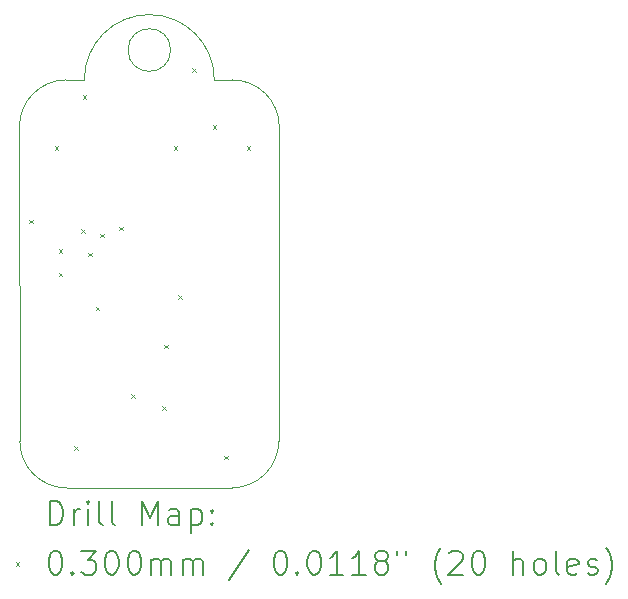
<source format=gbr>
%TF.GenerationSoftware,KiCad,Pcbnew,8.0.3*%
%TF.CreationDate,2024-07-05T09:55:12+02:00*%
%TF.ProjectId,ppicoV1,70706963-6f56-4312-9e6b-696361645f70,rev?*%
%TF.SameCoordinates,Original*%
%TF.FileFunction,Drillmap*%
%TF.FilePolarity,Positive*%
%FSLAX45Y45*%
G04 Gerber Fmt 4.5, Leading zero omitted, Abs format (unit mm)*
G04 Created by KiCad (PCBNEW 8.0.3) date 2024-07-05 09:55:12*
%MOMM*%
%LPD*%
G01*
G04 APERTURE LIST*
%ADD10C,0.050000*%
%ADD11C,0.200000*%
%ADD12C,0.100000*%
G04 APERTURE END LIST*
D10*
X11850000Y-7200000D02*
G75*
G02*
X12950000Y-7200000I550000J0D01*
G01*
X11300000Y-7600000D02*
G75*
G02*
X11696989Y-7203010I396990J0D01*
G01*
X13103011Y-7203011D02*
G75*
G02*
X13499999Y-7600000I-1J-396989D01*
G01*
X11700000Y-10656989D02*
G75*
G02*
X11303011Y-10260000I0J396989D01*
G01*
X13496275Y-10259287D02*
G75*
G02*
X13099287Y-10656275I-396985J-3D01*
G01*
X13496275Y-10259287D02*
X13500000Y-7600000D01*
X11300000Y-7600000D02*
X11303011Y-10260000D01*
X11700000Y-10656989D02*
X13099287Y-10656275D01*
X11850000Y-7200000D02*
X11696989Y-7203011D01*
X12950000Y-7200000D02*
X13103011Y-7203011D01*
X12580278Y-6950000D02*
G75*
G02*
X12219722Y-6950000I-180278J0D01*
G01*
X12219722Y-6950000D02*
G75*
G02*
X12580278Y-6950000I180278J0D01*
G01*
D11*
D12*
X11385000Y-8385000D02*
X11415000Y-8415000D01*
X11415000Y-8385000D02*
X11385000Y-8415000D01*
X11597500Y-7765000D02*
X11627500Y-7795000D01*
X11627500Y-7765000D02*
X11597500Y-7795000D01*
X11632500Y-8635000D02*
X11662500Y-8665000D01*
X11662500Y-8635000D02*
X11632500Y-8665000D01*
X11632500Y-8835000D02*
X11662500Y-8865000D01*
X11662500Y-8835000D02*
X11632500Y-8865000D01*
X11765000Y-10305000D02*
X11795000Y-10335000D01*
X11795000Y-10305000D02*
X11765000Y-10335000D01*
X11825000Y-8465000D02*
X11855000Y-8495000D01*
X11855000Y-8465000D02*
X11825000Y-8495000D01*
X11835000Y-7335000D02*
X11865000Y-7365000D01*
X11865000Y-7335000D02*
X11835000Y-7365000D01*
X11885000Y-8665000D02*
X11915000Y-8695000D01*
X11915000Y-8665000D02*
X11885000Y-8695000D01*
X11945000Y-9125000D02*
X11975000Y-9155000D01*
X11975000Y-9125000D02*
X11945000Y-9155000D01*
X11985000Y-8505000D02*
X12015000Y-8535000D01*
X12015000Y-8505000D02*
X11985000Y-8535000D01*
X12145000Y-8445000D02*
X12175000Y-8475000D01*
X12175000Y-8445000D02*
X12145000Y-8475000D01*
X12245000Y-9865000D02*
X12275000Y-9895000D01*
X12275000Y-9865000D02*
X12245000Y-9895000D01*
X12507750Y-9967750D02*
X12537750Y-9997750D01*
X12537750Y-9967750D02*
X12507750Y-9997750D01*
X12525000Y-9445000D02*
X12555000Y-9475000D01*
X12555000Y-9445000D02*
X12525000Y-9475000D01*
X12605000Y-7765000D02*
X12635000Y-7795000D01*
X12635000Y-7765000D02*
X12605000Y-7795000D01*
X12645000Y-9025000D02*
X12675000Y-9055000D01*
X12675000Y-9025000D02*
X12645000Y-9055000D01*
X12765000Y-7105000D02*
X12795000Y-7135000D01*
X12795000Y-7105000D02*
X12765000Y-7135000D01*
X12935000Y-7585000D02*
X12965000Y-7615000D01*
X12965000Y-7585000D02*
X12935000Y-7615000D01*
X13035000Y-10385000D02*
X13065000Y-10415000D01*
X13065000Y-10385000D02*
X13035000Y-10415000D01*
X13225000Y-7765000D02*
X13255000Y-7795000D01*
X13255000Y-7765000D02*
X13225000Y-7795000D01*
D11*
X11558277Y-10970972D02*
X11558277Y-10770972D01*
X11558277Y-10770972D02*
X11605896Y-10770972D01*
X11605896Y-10770972D02*
X11634467Y-10780496D01*
X11634467Y-10780496D02*
X11653515Y-10799544D01*
X11653515Y-10799544D02*
X11663039Y-10818591D01*
X11663039Y-10818591D02*
X11672562Y-10856687D01*
X11672562Y-10856687D02*
X11672562Y-10885258D01*
X11672562Y-10885258D02*
X11663039Y-10923353D01*
X11663039Y-10923353D02*
X11653515Y-10942401D01*
X11653515Y-10942401D02*
X11634467Y-10961449D01*
X11634467Y-10961449D02*
X11605896Y-10970972D01*
X11605896Y-10970972D02*
X11558277Y-10970972D01*
X11758277Y-10970972D02*
X11758277Y-10837639D01*
X11758277Y-10875734D02*
X11767801Y-10856687D01*
X11767801Y-10856687D02*
X11777324Y-10847163D01*
X11777324Y-10847163D02*
X11796372Y-10837639D01*
X11796372Y-10837639D02*
X11815420Y-10837639D01*
X11882086Y-10970972D02*
X11882086Y-10837639D01*
X11882086Y-10770972D02*
X11872562Y-10780496D01*
X11872562Y-10780496D02*
X11882086Y-10790020D01*
X11882086Y-10790020D02*
X11891610Y-10780496D01*
X11891610Y-10780496D02*
X11882086Y-10770972D01*
X11882086Y-10770972D02*
X11882086Y-10790020D01*
X12005896Y-10970972D02*
X11986848Y-10961449D01*
X11986848Y-10961449D02*
X11977324Y-10942401D01*
X11977324Y-10942401D02*
X11977324Y-10770972D01*
X12110658Y-10970972D02*
X12091610Y-10961449D01*
X12091610Y-10961449D02*
X12082086Y-10942401D01*
X12082086Y-10942401D02*
X12082086Y-10770972D01*
X12339229Y-10970972D02*
X12339229Y-10770972D01*
X12339229Y-10770972D02*
X12405896Y-10913830D01*
X12405896Y-10913830D02*
X12472562Y-10770972D01*
X12472562Y-10770972D02*
X12472562Y-10970972D01*
X12653515Y-10970972D02*
X12653515Y-10866211D01*
X12653515Y-10866211D02*
X12643991Y-10847163D01*
X12643991Y-10847163D02*
X12624943Y-10837639D01*
X12624943Y-10837639D02*
X12586848Y-10837639D01*
X12586848Y-10837639D02*
X12567801Y-10847163D01*
X12653515Y-10961449D02*
X12634467Y-10970972D01*
X12634467Y-10970972D02*
X12586848Y-10970972D01*
X12586848Y-10970972D02*
X12567801Y-10961449D01*
X12567801Y-10961449D02*
X12558277Y-10942401D01*
X12558277Y-10942401D02*
X12558277Y-10923353D01*
X12558277Y-10923353D02*
X12567801Y-10904306D01*
X12567801Y-10904306D02*
X12586848Y-10894782D01*
X12586848Y-10894782D02*
X12634467Y-10894782D01*
X12634467Y-10894782D02*
X12653515Y-10885258D01*
X12748753Y-10837639D02*
X12748753Y-11037639D01*
X12748753Y-10847163D02*
X12767801Y-10837639D01*
X12767801Y-10837639D02*
X12805896Y-10837639D01*
X12805896Y-10837639D02*
X12824943Y-10847163D01*
X12824943Y-10847163D02*
X12834467Y-10856687D01*
X12834467Y-10856687D02*
X12843991Y-10875734D01*
X12843991Y-10875734D02*
X12843991Y-10932877D01*
X12843991Y-10932877D02*
X12834467Y-10951925D01*
X12834467Y-10951925D02*
X12824943Y-10961449D01*
X12824943Y-10961449D02*
X12805896Y-10970972D01*
X12805896Y-10970972D02*
X12767801Y-10970972D01*
X12767801Y-10970972D02*
X12748753Y-10961449D01*
X12929705Y-10951925D02*
X12939229Y-10961449D01*
X12939229Y-10961449D02*
X12929705Y-10970972D01*
X12929705Y-10970972D02*
X12920182Y-10961449D01*
X12920182Y-10961449D02*
X12929705Y-10951925D01*
X12929705Y-10951925D02*
X12929705Y-10970972D01*
X12929705Y-10847163D02*
X12939229Y-10856687D01*
X12939229Y-10856687D02*
X12929705Y-10866211D01*
X12929705Y-10866211D02*
X12920182Y-10856687D01*
X12920182Y-10856687D02*
X12929705Y-10847163D01*
X12929705Y-10847163D02*
X12929705Y-10866211D01*
D12*
X11267500Y-11284489D02*
X11297500Y-11314489D01*
X11297500Y-11284489D02*
X11267500Y-11314489D01*
D11*
X11596372Y-11190972D02*
X11615420Y-11190972D01*
X11615420Y-11190972D02*
X11634467Y-11200496D01*
X11634467Y-11200496D02*
X11643991Y-11210020D01*
X11643991Y-11210020D02*
X11653515Y-11229068D01*
X11653515Y-11229068D02*
X11663039Y-11267163D01*
X11663039Y-11267163D02*
X11663039Y-11314782D01*
X11663039Y-11314782D02*
X11653515Y-11352877D01*
X11653515Y-11352877D02*
X11643991Y-11371925D01*
X11643991Y-11371925D02*
X11634467Y-11381449D01*
X11634467Y-11381449D02*
X11615420Y-11390972D01*
X11615420Y-11390972D02*
X11596372Y-11390972D01*
X11596372Y-11390972D02*
X11577324Y-11381449D01*
X11577324Y-11381449D02*
X11567801Y-11371925D01*
X11567801Y-11371925D02*
X11558277Y-11352877D01*
X11558277Y-11352877D02*
X11548753Y-11314782D01*
X11548753Y-11314782D02*
X11548753Y-11267163D01*
X11548753Y-11267163D02*
X11558277Y-11229068D01*
X11558277Y-11229068D02*
X11567801Y-11210020D01*
X11567801Y-11210020D02*
X11577324Y-11200496D01*
X11577324Y-11200496D02*
X11596372Y-11190972D01*
X11748753Y-11371925D02*
X11758277Y-11381449D01*
X11758277Y-11381449D02*
X11748753Y-11390972D01*
X11748753Y-11390972D02*
X11739229Y-11381449D01*
X11739229Y-11381449D02*
X11748753Y-11371925D01*
X11748753Y-11371925D02*
X11748753Y-11390972D01*
X11824943Y-11190972D02*
X11948753Y-11190972D01*
X11948753Y-11190972D02*
X11882086Y-11267163D01*
X11882086Y-11267163D02*
X11910658Y-11267163D01*
X11910658Y-11267163D02*
X11929705Y-11276687D01*
X11929705Y-11276687D02*
X11939229Y-11286210D01*
X11939229Y-11286210D02*
X11948753Y-11305258D01*
X11948753Y-11305258D02*
X11948753Y-11352877D01*
X11948753Y-11352877D02*
X11939229Y-11371925D01*
X11939229Y-11371925D02*
X11929705Y-11381449D01*
X11929705Y-11381449D02*
X11910658Y-11390972D01*
X11910658Y-11390972D02*
X11853515Y-11390972D01*
X11853515Y-11390972D02*
X11834467Y-11381449D01*
X11834467Y-11381449D02*
X11824943Y-11371925D01*
X12072562Y-11190972D02*
X12091610Y-11190972D01*
X12091610Y-11190972D02*
X12110658Y-11200496D01*
X12110658Y-11200496D02*
X12120182Y-11210020D01*
X12120182Y-11210020D02*
X12129705Y-11229068D01*
X12129705Y-11229068D02*
X12139229Y-11267163D01*
X12139229Y-11267163D02*
X12139229Y-11314782D01*
X12139229Y-11314782D02*
X12129705Y-11352877D01*
X12129705Y-11352877D02*
X12120182Y-11371925D01*
X12120182Y-11371925D02*
X12110658Y-11381449D01*
X12110658Y-11381449D02*
X12091610Y-11390972D01*
X12091610Y-11390972D02*
X12072562Y-11390972D01*
X12072562Y-11390972D02*
X12053515Y-11381449D01*
X12053515Y-11381449D02*
X12043991Y-11371925D01*
X12043991Y-11371925D02*
X12034467Y-11352877D01*
X12034467Y-11352877D02*
X12024943Y-11314782D01*
X12024943Y-11314782D02*
X12024943Y-11267163D01*
X12024943Y-11267163D02*
X12034467Y-11229068D01*
X12034467Y-11229068D02*
X12043991Y-11210020D01*
X12043991Y-11210020D02*
X12053515Y-11200496D01*
X12053515Y-11200496D02*
X12072562Y-11190972D01*
X12263039Y-11190972D02*
X12282086Y-11190972D01*
X12282086Y-11190972D02*
X12301134Y-11200496D01*
X12301134Y-11200496D02*
X12310658Y-11210020D01*
X12310658Y-11210020D02*
X12320182Y-11229068D01*
X12320182Y-11229068D02*
X12329705Y-11267163D01*
X12329705Y-11267163D02*
X12329705Y-11314782D01*
X12329705Y-11314782D02*
X12320182Y-11352877D01*
X12320182Y-11352877D02*
X12310658Y-11371925D01*
X12310658Y-11371925D02*
X12301134Y-11381449D01*
X12301134Y-11381449D02*
X12282086Y-11390972D01*
X12282086Y-11390972D02*
X12263039Y-11390972D01*
X12263039Y-11390972D02*
X12243991Y-11381449D01*
X12243991Y-11381449D02*
X12234467Y-11371925D01*
X12234467Y-11371925D02*
X12224943Y-11352877D01*
X12224943Y-11352877D02*
X12215420Y-11314782D01*
X12215420Y-11314782D02*
X12215420Y-11267163D01*
X12215420Y-11267163D02*
X12224943Y-11229068D01*
X12224943Y-11229068D02*
X12234467Y-11210020D01*
X12234467Y-11210020D02*
X12243991Y-11200496D01*
X12243991Y-11200496D02*
X12263039Y-11190972D01*
X12415420Y-11390972D02*
X12415420Y-11257639D01*
X12415420Y-11276687D02*
X12424943Y-11267163D01*
X12424943Y-11267163D02*
X12443991Y-11257639D01*
X12443991Y-11257639D02*
X12472563Y-11257639D01*
X12472563Y-11257639D02*
X12491610Y-11267163D01*
X12491610Y-11267163D02*
X12501134Y-11286210D01*
X12501134Y-11286210D02*
X12501134Y-11390972D01*
X12501134Y-11286210D02*
X12510658Y-11267163D01*
X12510658Y-11267163D02*
X12529705Y-11257639D01*
X12529705Y-11257639D02*
X12558277Y-11257639D01*
X12558277Y-11257639D02*
X12577324Y-11267163D01*
X12577324Y-11267163D02*
X12586848Y-11286210D01*
X12586848Y-11286210D02*
X12586848Y-11390972D01*
X12682086Y-11390972D02*
X12682086Y-11257639D01*
X12682086Y-11276687D02*
X12691610Y-11267163D01*
X12691610Y-11267163D02*
X12710658Y-11257639D01*
X12710658Y-11257639D02*
X12739229Y-11257639D01*
X12739229Y-11257639D02*
X12758277Y-11267163D01*
X12758277Y-11267163D02*
X12767801Y-11286210D01*
X12767801Y-11286210D02*
X12767801Y-11390972D01*
X12767801Y-11286210D02*
X12777324Y-11267163D01*
X12777324Y-11267163D02*
X12796372Y-11257639D01*
X12796372Y-11257639D02*
X12824943Y-11257639D01*
X12824943Y-11257639D02*
X12843991Y-11267163D01*
X12843991Y-11267163D02*
X12853515Y-11286210D01*
X12853515Y-11286210D02*
X12853515Y-11390972D01*
X13243991Y-11181449D02*
X13072563Y-11438591D01*
X13501134Y-11190972D02*
X13520182Y-11190972D01*
X13520182Y-11190972D02*
X13539229Y-11200496D01*
X13539229Y-11200496D02*
X13548753Y-11210020D01*
X13548753Y-11210020D02*
X13558277Y-11229068D01*
X13558277Y-11229068D02*
X13567801Y-11267163D01*
X13567801Y-11267163D02*
X13567801Y-11314782D01*
X13567801Y-11314782D02*
X13558277Y-11352877D01*
X13558277Y-11352877D02*
X13548753Y-11371925D01*
X13548753Y-11371925D02*
X13539229Y-11381449D01*
X13539229Y-11381449D02*
X13520182Y-11390972D01*
X13520182Y-11390972D02*
X13501134Y-11390972D01*
X13501134Y-11390972D02*
X13482086Y-11381449D01*
X13482086Y-11381449D02*
X13472563Y-11371925D01*
X13472563Y-11371925D02*
X13463039Y-11352877D01*
X13463039Y-11352877D02*
X13453515Y-11314782D01*
X13453515Y-11314782D02*
X13453515Y-11267163D01*
X13453515Y-11267163D02*
X13463039Y-11229068D01*
X13463039Y-11229068D02*
X13472563Y-11210020D01*
X13472563Y-11210020D02*
X13482086Y-11200496D01*
X13482086Y-11200496D02*
X13501134Y-11190972D01*
X13653515Y-11371925D02*
X13663039Y-11381449D01*
X13663039Y-11381449D02*
X13653515Y-11390972D01*
X13653515Y-11390972D02*
X13643991Y-11381449D01*
X13643991Y-11381449D02*
X13653515Y-11371925D01*
X13653515Y-11371925D02*
X13653515Y-11390972D01*
X13786848Y-11190972D02*
X13805896Y-11190972D01*
X13805896Y-11190972D02*
X13824944Y-11200496D01*
X13824944Y-11200496D02*
X13834467Y-11210020D01*
X13834467Y-11210020D02*
X13843991Y-11229068D01*
X13843991Y-11229068D02*
X13853515Y-11267163D01*
X13853515Y-11267163D02*
X13853515Y-11314782D01*
X13853515Y-11314782D02*
X13843991Y-11352877D01*
X13843991Y-11352877D02*
X13834467Y-11371925D01*
X13834467Y-11371925D02*
X13824944Y-11381449D01*
X13824944Y-11381449D02*
X13805896Y-11390972D01*
X13805896Y-11390972D02*
X13786848Y-11390972D01*
X13786848Y-11390972D02*
X13767801Y-11381449D01*
X13767801Y-11381449D02*
X13758277Y-11371925D01*
X13758277Y-11371925D02*
X13748753Y-11352877D01*
X13748753Y-11352877D02*
X13739229Y-11314782D01*
X13739229Y-11314782D02*
X13739229Y-11267163D01*
X13739229Y-11267163D02*
X13748753Y-11229068D01*
X13748753Y-11229068D02*
X13758277Y-11210020D01*
X13758277Y-11210020D02*
X13767801Y-11200496D01*
X13767801Y-11200496D02*
X13786848Y-11190972D01*
X14043991Y-11390972D02*
X13929706Y-11390972D01*
X13986848Y-11390972D02*
X13986848Y-11190972D01*
X13986848Y-11190972D02*
X13967801Y-11219544D01*
X13967801Y-11219544D02*
X13948753Y-11238591D01*
X13948753Y-11238591D02*
X13929706Y-11248115D01*
X14234467Y-11390972D02*
X14120182Y-11390972D01*
X14177325Y-11390972D02*
X14177325Y-11190972D01*
X14177325Y-11190972D02*
X14158277Y-11219544D01*
X14158277Y-11219544D02*
X14139229Y-11238591D01*
X14139229Y-11238591D02*
X14120182Y-11248115D01*
X14348753Y-11276687D02*
X14329706Y-11267163D01*
X14329706Y-11267163D02*
X14320182Y-11257639D01*
X14320182Y-11257639D02*
X14310658Y-11238591D01*
X14310658Y-11238591D02*
X14310658Y-11229068D01*
X14310658Y-11229068D02*
X14320182Y-11210020D01*
X14320182Y-11210020D02*
X14329706Y-11200496D01*
X14329706Y-11200496D02*
X14348753Y-11190972D01*
X14348753Y-11190972D02*
X14386848Y-11190972D01*
X14386848Y-11190972D02*
X14405896Y-11200496D01*
X14405896Y-11200496D02*
X14415420Y-11210020D01*
X14415420Y-11210020D02*
X14424944Y-11229068D01*
X14424944Y-11229068D02*
X14424944Y-11238591D01*
X14424944Y-11238591D02*
X14415420Y-11257639D01*
X14415420Y-11257639D02*
X14405896Y-11267163D01*
X14405896Y-11267163D02*
X14386848Y-11276687D01*
X14386848Y-11276687D02*
X14348753Y-11276687D01*
X14348753Y-11276687D02*
X14329706Y-11286210D01*
X14329706Y-11286210D02*
X14320182Y-11295734D01*
X14320182Y-11295734D02*
X14310658Y-11314782D01*
X14310658Y-11314782D02*
X14310658Y-11352877D01*
X14310658Y-11352877D02*
X14320182Y-11371925D01*
X14320182Y-11371925D02*
X14329706Y-11381449D01*
X14329706Y-11381449D02*
X14348753Y-11390972D01*
X14348753Y-11390972D02*
X14386848Y-11390972D01*
X14386848Y-11390972D02*
X14405896Y-11381449D01*
X14405896Y-11381449D02*
X14415420Y-11371925D01*
X14415420Y-11371925D02*
X14424944Y-11352877D01*
X14424944Y-11352877D02*
X14424944Y-11314782D01*
X14424944Y-11314782D02*
X14415420Y-11295734D01*
X14415420Y-11295734D02*
X14405896Y-11286210D01*
X14405896Y-11286210D02*
X14386848Y-11276687D01*
X14501134Y-11190972D02*
X14501134Y-11229068D01*
X14577325Y-11190972D02*
X14577325Y-11229068D01*
X14872563Y-11467163D02*
X14863039Y-11457639D01*
X14863039Y-11457639D02*
X14843991Y-11429068D01*
X14843991Y-11429068D02*
X14834468Y-11410020D01*
X14834468Y-11410020D02*
X14824944Y-11381449D01*
X14824944Y-11381449D02*
X14815420Y-11333829D01*
X14815420Y-11333829D02*
X14815420Y-11295734D01*
X14815420Y-11295734D02*
X14824944Y-11248115D01*
X14824944Y-11248115D02*
X14834468Y-11219544D01*
X14834468Y-11219544D02*
X14843991Y-11200496D01*
X14843991Y-11200496D02*
X14863039Y-11171925D01*
X14863039Y-11171925D02*
X14872563Y-11162401D01*
X14939229Y-11210020D02*
X14948753Y-11200496D01*
X14948753Y-11200496D02*
X14967801Y-11190972D01*
X14967801Y-11190972D02*
X15015420Y-11190972D01*
X15015420Y-11190972D02*
X15034468Y-11200496D01*
X15034468Y-11200496D02*
X15043991Y-11210020D01*
X15043991Y-11210020D02*
X15053515Y-11229068D01*
X15053515Y-11229068D02*
X15053515Y-11248115D01*
X15053515Y-11248115D02*
X15043991Y-11276687D01*
X15043991Y-11276687D02*
X14929706Y-11390972D01*
X14929706Y-11390972D02*
X15053515Y-11390972D01*
X15177325Y-11190972D02*
X15196372Y-11190972D01*
X15196372Y-11190972D02*
X15215420Y-11200496D01*
X15215420Y-11200496D02*
X15224944Y-11210020D01*
X15224944Y-11210020D02*
X15234468Y-11229068D01*
X15234468Y-11229068D02*
X15243991Y-11267163D01*
X15243991Y-11267163D02*
X15243991Y-11314782D01*
X15243991Y-11314782D02*
X15234468Y-11352877D01*
X15234468Y-11352877D02*
X15224944Y-11371925D01*
X15224944Y-11371925D02*
X15215420Y-11381449D01*
X15215420Y-11381449D02*
X15196372Y-11390972D01*
X15196372Y-11390972D02*
X15177325Y-11390972D01*
X15177325Y-11390972D02*
X15158277Y-11381449D01*
X15158277Y-11381449D02*
X15148753Y-11371925D01*
X15148753Y-11371925D02*
X15139229Y-11352877D01*
X15139229Y-11352877D02*
X15129706Y-11314782D01*
X15129706Y-11314782D02*
X15129706Y-11267163D01*
X15129706Y-11267163D02*
X15139229Y-11229068D01*
X15139229Y-11229068D02*
X15148753Y-11210020D01*
X15148753Y-11210020D02*
X15158277Y-11200496D01*
X15158277Y-11200496D02*
X15177325Y-11190972D01*
X15482087Y-11390972D02*
X15482087Y-11190972D01*
X15567801Y-11390972D02*
X15567801Y-11286210D01*
X15567801Y-11286210D02*
X15558277Y-11267163D01*
X15558277Y-11267163D02*
X15539230Y-11257639D01*
X15539230Y-11257639D02*
X15510658Y-11257639D01*
X15510658Y-11257639D02*
X15491610Y-11267163D01*
X15491610Y-11267163D02*
X15482087Y-11276687D01*
X15691610Y-11390972D02*
X15672563Y-11381449D01*
X15672563Y-11381449D02*
X15663039Y-11371925D01*
X15663039Y-11371925D02*
X15653515Y-11352877D01*
X15653515Y-11352877D02*
X15653515Y-11295734D01*
X15653515Y-11295734D02*
X15663039Y-11276687D01*
X15663039Y-11276687D02*
X15672563Y-11267163D01*
X15672563Y-11267163D02*
X15691610Y-11257639D01*
X15691610Y-11257639D02*
X15720182Y-11257639D01*
X15720182Y-11257639D02*
X15739230Y-11267163D01*
X15739230Y-11267163D02*
X15748753Y-11276687D01*
X15748753Y-11276687D02*
X15758277Y-11295734D01*
X15758277Y-11295734D02*
X15758277Y-11352877D01*
X15758277Y-11352877D02*
X15748753Y-11371925D01*
X15748753Y-11371925D02*
X15739230Y-11381449D01*
X15739230Y-11381449D02*
X15720182Y-11390972D01*
X15720182Y-11390972D02*
X15691610Y-11390972D01*
X15872563Y-11390972D02*
X15853515Y-11381449D01*
X15853515Y-11381449D02*
X15843991Y-11362401D01*
X15843991Y-11362401D02*
X15843991Y-11190972D01*
X16024944Y-11381449D02*
X16005896Y-11390972D01*
X16005896Y-11390972D02*
X15967801Y-11390972D01*
X15967801Y-11390972D02*
X15948753Y-11381449D01*
X15948753Y-11381449D02*
X15939230Y-11362401D01*
X15939230Y-11362401D02*
X15939230Y-11286210D01*
X15939230Y-11286210D02*
X15948753Y-11267163D01*
X15948753Y-11267163D02*
X15967801Y-11257639D01*
X15967801Y-11257639D02*
X16005896Y-11257639D01*
X16005896Y-11257639D02*
X16024944Y-11267163D01*
X16024944Y-11267163D02*
X16034468Y-11286210D01*
X16034468Y-11286210D02*
X16034468Y-11305258D01*
X16034468Y-11305258D02*
X15939230Y-11324306D01*
X16110658Y-11381449D02*
X16129706Y-11390972D01*
X16129706Y-11390972D02*
X16167801Y-11390972D01*
X16167801Y-11390972D02*
X16186849Y-11381449D01*
X16186849Y-11381449D02*
X16196372Y-11362401D01*
X16196372Y-11362401D02*
X16196372Y-11352877D01*
X16196372Y-11352877D02*
X16186849Y-11333829D01*
X16186849Y-11333829D02*
X16167801Y-11324306D01*
X16167801Y-11324306D02*
X16139230Y-11324306D01*
X16139230Y-11324306D02*
X16120182Y-11314782D01*
X16120182Y-11314782D02*
X16110658Y-11295734D01*
X16110658Y-11295734D02*
X16110658Y-11286210D01*
X16110658Y-11286210D02*
X16120182Y-11267163D01*
X16120182Y-11267163D02*
X16139230Y-11257639D01*
X16139230Y-11257639D02*
X16167801Y-11257639D01*
X16167801Y-11257639D02*
X16186849Y-11267163D01*
X16263039Y-11467163D02*
X16272563Y-11457639D01*
X16272563Y-11457639D02*
X16291611Y-11429068D01*
X16291611Y-11429068D02*
X16301134Y-11410020D01*
X16301134Y-11410020D02*
X16310658Y-11381449D01*
X16310658Y-11381449D02*
X16320182Y-11333829D01*
X16320182Y-11333829D02*
X16320182Y-11295734D01*
X16320182Y-11295734D02*
X16310658Y-11248115D01*
X16310658Y-11248115D02*
X16301134Y-11219544D01*
X16301134Y-11219544D02*
X16291611Y-11200496D01*
X16291611Y-11200496D02*
X16272563Y-11171925D01*
X16272563Y-11171925D02*
X16263039Y-11162401D01*
M02*

</source>
